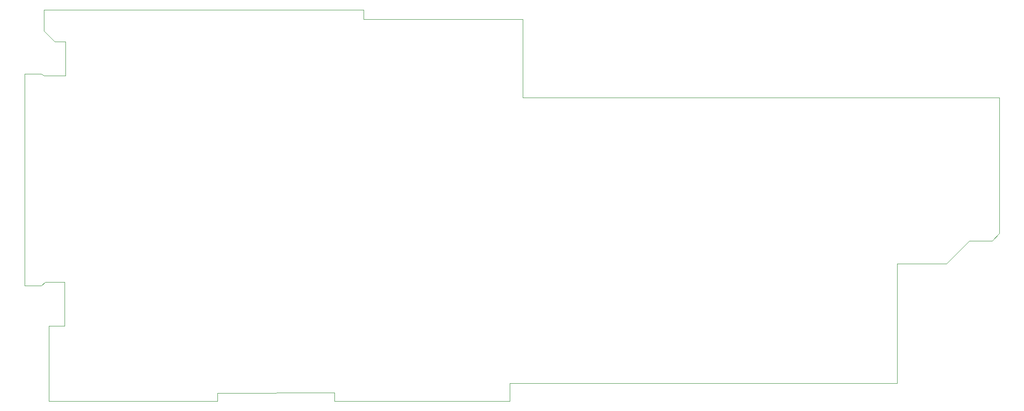
<source format=gm1>
G04 #@! TF.GenerationSoftware,KiCad,Pcbnew,5.1.8+dfsg1-1~bpo10+1*
G04 #@! TF.CreationDate,2020-11-24T20:11:20+01:00*
G04 #@! TF.ProjectId,armpofo_cpu,61726d70-6f66-46f5-9f63-70752e6b6963,rev?*
G04 #@! TF.SameCoordinates,PX3938700PY42c1d80*
G04 #@! TF.FileFunction,Profile,NP*
%FSLAX46Y46*%
G04 Gerber Fmt 4.6, Leading zero omitted, Abs format (unit mm)*
G04 Created by KiCad (PCBNEW 5.1.8+dfsg1-1~bpo10+1) date 2020-11-24 20:11:20*
%MOMM*%
%LPD*%
G01*
G04 APERTURE LIST*
G04 #@! TA.AperFunction,Profile*
%ADD10C,0.050000*%
G04 #@! TD*
G04 APERTURE END LIST*
D10*
X173200000Y-48000000D02*
X182500000Y-48000000D01*
X72400000Y-1800000D02*
X102500000Y-1800000D01*
X72400000Y0D02*
X72400000Y-1800000D01*
X100000000Y-74000000D02*
X66900000Y-74000000D01*
X66900000Y-72400000D02*
X66900000Y-74000000D01*
X44800000Y-72500000D02*
X66900000Y-72400000D01*
X44800000Y-74000000D02*
X44800000Y-72500000D01*
X192500000Y-42300000D02*
X191100000Y-43700000D01*
X191100000Y-43700000D02*
X186800000Y-43700000D01*
X11600000Y-52200000D02*
X8400000Y-52200000D01*
X12300000Y-51500000D02*
X11600000Y-52200000D01*
X11600000Y-12100000D02*
X8400000Y-12100000D01*
X12100000Y-12500000D02*
X11600000Y-12100000D01*
X182500000Y-48000000D02*
X186800000Y-43700000D01*
X173200000Y-70600000D02*
X173200000Y-48000000D01*
X12100000Y-4000000D02*
X12100000Y0D01*
X14100000Y-6000000D02*
X12100000Y-4000000D01*
X16100000Y-6000000D02*
X14100000Y-6000000D01*
X16100000Y-12500000D02*
X16100000Y-6000000D01*
X16100000Y-12500000D02*
X12100000Y-12500000D01*
X16000000Y-51500000D02*
X12300000Y-51500000D01*
X16000000Y-59800000D02*
X16000000Y-51500000D01*
X13000000Y-59800000D02*
X16000000Y-59800000D01*
X13000000Y-74000000D02*
X13000000Y-59800000D01*
X102500000Y-16600000D02*
X192500000Y-16600000D01*
X100000000Y-74000000D02*
X100000000Y-70600000D01*
X13000000Y-74000000D02*
X44800000Y-74000000D01*
X100000000Y-70600000D02*
X173200000Y-70600000D01*
X102500000Y-1800000D02*
X102500000Y-16600000D01*
X192500000Y-16600000D02*
X192500000Y-42300000D01*
X12100000Y0D02*
X72400000Y0D01*
X8400000Y-12100000D02*
X8400000Y-52200000D01*
M02*

</source>
